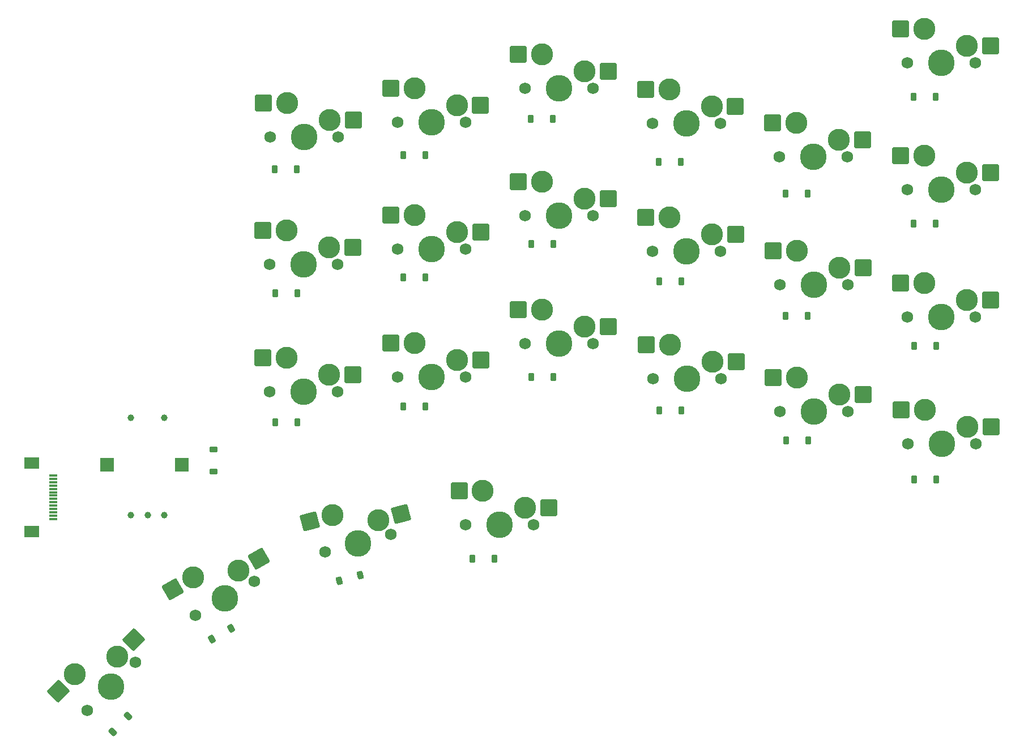
<source format=gts>
G04 #@! TF.GenerationSoftware,KiCad,Pcbnew,7.0.10-7.0.10~ubuntu23.10.1*
G04 #@! TF.CreationDate,2024-01-07T20:04:01-05:00*
G04 #@! TF.ProjectId,Right PCB,52696768-7420-4504-9342-2e6b69636164,rev?*
G04 #@! TF.SameCoordinates,Original*
G04 #@! TF.FileFunction,Soldermask,Top*
G04 #@! TF.FilePolarity,Negative*
%FSLAX46Y46*%
G04 Gerber Fmt 4.6, Leading zero omitted, Abs format (unit mm)*
G04 Created by KiCad (PCBNEW 7.0.10-7.0.10~ubuntu23.10.1) date 2024-01-07 20:04:01*
%MOMM*%
%LPD*%
G01*
G04 APERTURE LIST*
G04 Aperture macros list*
%AMRoundRect*
0 Rectangle with rounded corners*
0 $1 Rounding radius*
0 $2 $3 $4 $5 $6 $7 $8 $9 X,Y pos of 4 corners*
0 Add a 4 corners polygon primitive as box body*
4,1,4,$2,$3,$4,$5,$6,$7,$8,$9,$2,$3,0*
0 Add four circle primitives for the rounded corners*
1,1,$1+$1,$2,$3*
1,1,$1+$1,$4,$5*
1,1,$1+$1,$6,$7*
1,1,$1+$1,$8,$9*
0 Add four rect primitives between the rounded corners*
20,1,$1+$1,$2,$3,$4,$5,0*
20,1,$1+$1,$4,$5,$6,$7,0*
20,1,$1+$1,$6,$7,$8,$9,0*
20,1,$1+$1,$8,$9,$2,$3,0*%
G04 Aperture macros list end*
%ADD10RoundRect,0.225000X0.375000X-0.225000X0.375000X0.225000X-0.375000X0.225000X-0.375000X-0.225000X0*%
%ADD11C,1.750000*%
%ADD12C,3.987800*%
%ADD13C,3.300000*%
%ADD14RoundRect,0.250000X-1.025000X-1.000000X1.025000X-1.000000X1.025000X1.000000X-1.025000X1.000000X0*%
%ADD15RoundRect,0.225000X-0.225000X-0.375000X0.225000X-0.375000X0.225000X0.375000X-0.225000X0.375000X0*%
%ADD16RoundRect,0.225000X-0.120276X-0.420456X0.314390X-0.303988X0.120276X0.420456X-0.314390X0.303988X0*%
%ADD17C,1.000000*%
%ADD18R,2.000000X2.100000*%
%ADD19RoundRect,0.225000X0.106066X-0.424264X0.424264X-0.106066X-0.106066X0.424264X-0.424264X0.106066X0*%
%ADD20RoundRect,0.250000X-0.731255X-1.231215X1.248893X-0.700636X0.731255X1.231215X-1.248893X0.700636X0*%
%ADD21RoundRect,0.225000X-0.007356X-0.437260X0.382356X-0.212260X0.007356X0.437260X-0.382356X0.212260X0*%
%ADD22RoundRect,0.250000X-0.387676X-1.378525X1.387676X-0.353525X0.387676X1.378525X-1.387676X0.353525X0*%
%ADD23R,1.300000X0.300000*%
%ADD24R,2.200000X1.800000*%
%ADD25RoundRect,0.250000X-0.017678X-1.431891X1.431891X0.017678X0.017678X1.431891X-1.431891X-0.017678X0*%
G04 APERTURE END LIST*
D10*
X74000000Y-107550000D03*
X74000000Y-110850000D03*
D11*
X101500000Y-58600000D03*
D12*
X106580000Y-58600000D03*
D11*
X111660000Y-58600000D03*
D13*
X110390000Y-56060000D03*
D14*
X113940000Y-56060000D03*
X100490000Y-53520000D03*
D13*
X104040000Y-53520000D03*
D11*
X158720000Y-101900000D03*
D12*
X163800000Y-101900000D03*
D11*
X168880000Y-101900000D03*
D13*
X167610000Y-99360000D03*
D14*
X171160000Y-99360000D03*
X157710000Y-96820000D03*
D13*
X161260000Y-96820000D03*
D15*
X159650000Y-106200000D03*
X162950000Y-106200000D03*
D11*
X120600000Y-53500000D03*
D12*
X125680000Y-53500000D03*
D11*
X130760000Y-53500000D03*
D13*
X129490000Y-50960000D03*
D14*
X133040000Y-50960000D03*
X119590000Y-48420000D03*
D13*
X123140000Y-48420000D03*
D15*
X121550000Y-76800000D03*
X124850000Y-76800000D03*
D16*
X92806222Y-127227051D03*
X95993778Y-126372949D03*
D11*
X177720000Y-49700000D03*
D12*
X182800000Y-49700000D03*
D11*
X187880000Y-49700000D03*
D13*
X186610000Y-47160000D03*
D14*
X190160000Y-47160000D03*
X176710000Y-44620000D03*
D13*
X180260000Y-44620000D03*
D11*
X111740000Y-118800000D03*
D12*
X116820000Y-118800000D03*
D11*
X121900000Y-118800000D03*
D13*
X120630000Y-116260000D03*
D14*
X124180000Y-116260000D03*
X110730000Y-113720000D03*
D13*
X114280000Y-113720000D03*
D15*
X140650000Y-101700000D03*
X143950000Y-101700000D03*
D11*
X177820000Y-106700000D03*
D12*
X182900000Y-106700000D03*
D11*
X187980000Y-106700000D03*
D13*
X186710000Y-104160000D03*
D14*
X190260000Y-104160000D03*
X176810000Y-101620000D03*
D13*
X180360000Y-101620000D03*
D15*
X102350000Y-101100000D03*
X105650000Y-101100000D03*
D11*
X177720000Y-87700000D03*
D12*
X182800000Y-87700000D03*
D11*
X187880000Y-87700000D03*
D13*
X186610000Y-85160000D03*
D14*
X190160000Y-85160000D03*
X176710000Y-82620000D03*
D13*
X180260000Y-82620000D03*
D17*
X61700000Y-117350000D03*
X66700000Y-117350000D03*
X64200000Y-117350000D03*
D18*
X58100000Y-109850000D03*
X69300000Y-109850000D03*
D17*
X61700000Y-102850000D03*
X66700000Y-102850000D03*
D11*
X139600000Y-58800000D03*
D12*
X144680000Y-58800000D03*
D11*
X149760000Y-58800000D03*
D13*
X148490000Y-56260000D03*
D14*
X152040000Y-56260000D03*
X138590000Y-53720000D03*
D13*
X142140000Y-53720000D03*
D15*
X178650000Y-54800000D03*
X181950000Y-54800000D03*
X159550000Y-87600000D03*
X162850000Y-87600000D03*
X112750000Y-123900000D03*
X116050000Y-123900000D03*
D11*
X82440000Y-79900000D03*
D12*
X87520000Y-79900000D03*
D11*
X92600000Y-79900000D03*
D13*
X91330000Y-77360000D03*
D14*
X94880000Y-77360000D03*
X81430000Y-74820000D03*
D13*
X84980000Y-74820000D03*
D15*
X178750000Y-112000000D03*
X182050000Y-112000000D03*
D11*
X82460000Y-60840000D03*
D12*
X87540000Y-60840000D03*
D11*
X92620000Y-60840000D03*
D13*
X91350000Y-58300000D03*
D14*
X94900000Y-58300000D03*
X81450000Y-55760000D03*
D13*
X85000000Y-55760000D03*
D19*
X58933274Y-149766726D03*
X61266726Y-147433274D03*
D11*
X90693097Y-122914801D03*
D12*
X95600000Y-121600000D03*
D11*
X100506903Y-120285199D03*
D13*
X98622777Y-118160448D03*
D20*
X102051814Y-117241640D03*
X88402711Y-118269305D03*
D13*
X91831748Y-117350497D03*
D11*
X120620000Y-72600000D03*
D12*
X125700000Y-72600000D03*
D11*
X130780000Y-72600000D03*
D13*
X129510000Y-70060000D03*
D14*
X133060000Y-70060000D03*
X119610000Y-67520000D03*
D13*
X123160000Y-67520000D03*
D15*
X140650000Y-82400000D03*
X143950000Y-82400000D03*
D11*
X101540000Y-96700000D03*
D12*
X106620000Y-96700000D03*
D11*
X111700000Y-96700000D03*
D13*
X110430000Y-94160000D03*
D14*
X113980000Y-94160000D03*
X100530000Y-91620000D03*
D13*
X104080000Y-91620000D03*
D15*
X83250000Y-103500000D03*
X86550000Y-103500000D03*
X140550000Y-64500000D03*
X143850000Y-64500000D03*
X83150000Y-65600000D03*
X86450000Y-65600000D03*
D11*
X139640000Y-77900000D03*
D12*
X144720000Y-77900000D03*
D11*
X149800000Y-77900000D03*
D13*
X148530000Y-75360000D03*
D14*
X152080000Y-75360000D03*
X138630000Y-72820000D03*
D13*
X142180000Y-72820000D03*
D15*
X178650000Y-73800000D03*
X181950000Y-73800000D03*
D21*
X73771058Y-135925000D03*
X76628942Y-134275000D03*
D11*
X177720000Y-68700000D03*
D12*
X182800000Y-68700000D03*
D11*
X187880000Y-68700000D03*
D13*
X186610000Y-66160000D03*
D14*
X190160000Y-66160000D03*
X176710000Y-63620000D03*
D13*
X180260000Y-63620000D03*
D15*
X102350000Y-81800000D03*
X105650000Y-81800000D03*
D11*
X120620000Y-91700000D03*
D12*
X125700000Y-91700000D03*
D11*
X130780000Y-91700000D03*
D13*
X129510000Y-89160000D03*
D14*
X133060000Y-89160000D03*
X119610000Y-86620000D03*
D13*
X123160000Y-86620000D03*
D11*
X139720000Y-97000000D03*
D12*
X144800000Y-97000000D03*
D11*
X149880000Y-97000000D03*
D13*
X148610000Y-94460000D03*
D14*
X152160000Y-94460000D03*
X138710000Y-91920000D03*
D13*
X142260000Y-91920000D03*
D15*
X102350000Y-63500000D03*
X105650000Y-63500000D03*
X178750000Y-92100000D03*
X182050000Y-92100000D03*
D11*
X82420000Y-98900000D03*
D12*
X87500000Y-98900000D03*
D11*
X92580000Y-98900000D03*
D13*
X91310000Y-96360000D03*
D14*
X94860000Y-96360000D03*
X81410000Y-93820000D03*
D13*
X84960000Y-93820000D03*
D15*
X121450000Y-58100000D03*
X124750000Y-58100000D03*
D11*
X101520000Y-77600000D03*
D12*
X106600000Y-77600000D03*
D11*
X111680000Y-77600000D03*
D13*
X110410000Y-75060000D03*
D14*
X113960000Y-75060000D03*
X100510000Y-72520000D03*
D13*
X104060000Y-72520000D03*
D11*
X158720000Y-82900000D03*
D12*
X163800000Y-82900000D03*
D11*
X168880000Y-82900000D03*
D13*
X167610000Y-80360000D03*
D14*
X171160000Y-80360000D03*
X157710000Y-77820000D03*
D13*
X161260000Y-77820000D03*
D11*
X71300591Y-132340000D03*
D12*
X75700000Y-129800000D03*
D11*
X80099409Y-127260000D03*
D13*
X77729557Y-125695295D03*
D22*
X80803947Y-123920295D03*
X67885905Y-128445591D03*
D13*
X70960295Y-126670591D03*
D23*
X50099994Y-111450000D03*
X50099994Y-111950001D03*
X50099994Y-112450000D03*
X50099994Y-112950002D03*
X50099994Y-113450001D03*
X50099994Y-113950000D03*
X50099994Y-114450001D03*
X50099994Y-114950000D03*
X50099994Y-115450002D03*
X50099994Y-115950001D03*
X50099994Y-116450000D03*
X50099994Y-116950002D03*
X50099994Y-117450001D03*
X50099994Y-117950002D03*
D24*
X46849993Y-109550001D03*
X46849993Y-119850001D03*
D15*
X83250000Y-84200000D03*
X86550000Y-84200000D03*
D11*
X55115796Y-146584204D03*
D12*
X58707898Y-142992102D03*
D11*
X62300000Y-139400000D03*
D13*
X59605924Y-138501974D03*
D25*
X62116153Y-135991745D03*
X50809515Y-143706280D03*
D13*
X53319744Y-141196051D03*
D11*
X158600000Y-63800000D03*
D12*
X163680000Y-63800000D03*
D11*
X168760000Y-63800000D03*
D13*
X167490000Y-61260000D03*
D14*
X171040000Y-61260000D03*
X157590000Y-58720000D03*
D13*
X161140000Y-58720000D03*
D15*
X121550000Y-96700000D03*
X124850000Y-96700000D03*
X159550000Y-69300000D03*
X162850000Y-69300000D03*
M02*

</source>
